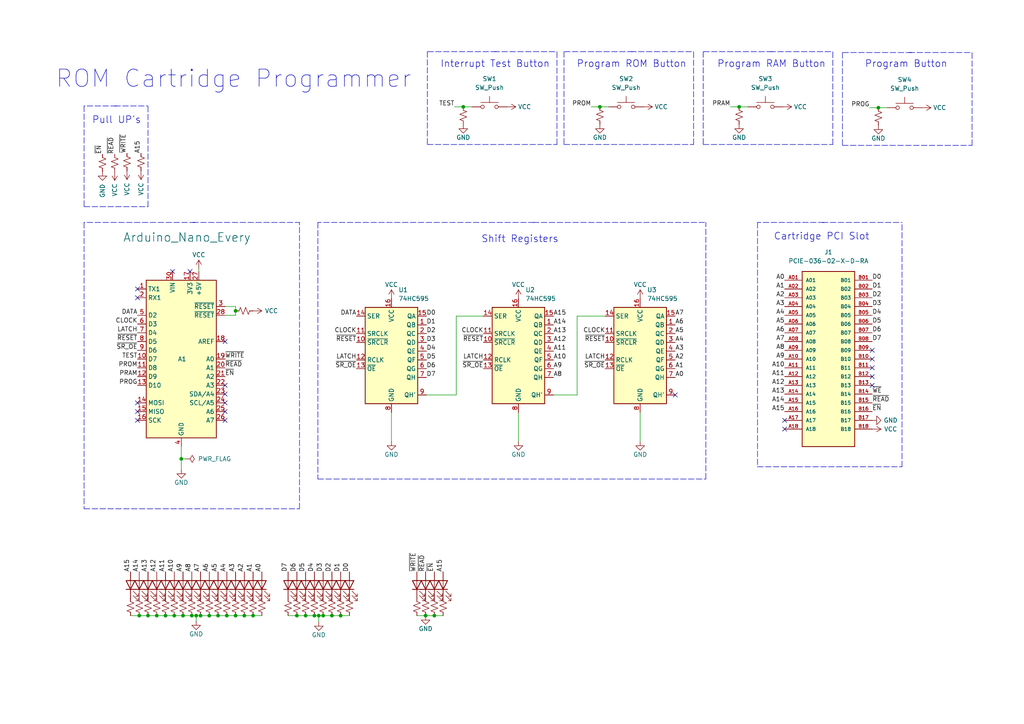
<source format=kicad_sch>
(kicad_sch (version 20211123) (generator eeschema)
  (paper "A4")
  (title_block (title "Arduino Every Powered Programmer for Program Cartridge") (date "2022-01-11") (rev "3") (company "theWickedWebDev/8-bit-computer"))
  (lib_symbols
    (symbol "74xx:74HC595"
      (property "Reference" "U" (at -7.62 13.97 0))
      (property "Value" "74HC595" (at -7.62 -16.51 0))
      (symbol "74HC595_1_0"
        (pin tri_state line (at 10.16 7.62 180) (length 2.54) (name "QB") (number "1"))
        (pin input line (at -10.16 2.54 0) (length 2.54) (name "~{SRCLR}") (number "10"))
        (pin input line (at -10.16 5.08 0) (length 2.54) (name "SRCLK") (number "11"))
        (pin input line (at -10.16 -2.54 0) (length 2.54) (name "RCLK") (number "12"))
        (pin input line (at -10.16 -5.08 0) (length 2.54) (name "~{OE}") (number "13"))
        (pin input line (at -10.16 10.16 0) (length 2.54) (name "SER") (number "14"))
        (pin tri_state line (at 10.16 10.16 180) (length 2.54) (name "QA") (number "15"))
        (pin power_in line (at 0 15.24 270) (length 2.54) (name "VCC") (number "16"))
        (pin tri_state line (at 10.16 5.08 180) (length 2.54) (name "QC") (number "2"))
        (pin tri_state line (at 10.16 2.54 180) (length 2.54) (name "QD") (number "3"))
        (pin tri_state line (at 10.16 0 180) (length 2.54) (name "QE") (number "4"))
        (pin tri_state line (at 10.16 -2.54 180) (length 2.54) (name "QF") (number "5"))
        (pin tri_state line (at 10.16 -5.08 180) (length 2.54) (name "QG") (number "6"))
        (pin tri_state line (at 10.16 -7.62 180) (length 2.54) (name "QH") (number "7"))
        (pin power_in line (at 0 -17.78 90) (length 2.54) (name "GND") (number "8"))
        (pin output line (at 10.16 -12.7 180) (length 2.54) (name "QH'") (number "9"))
      )
      (symbol "74HC595_1_1"
        (rectangle (start -7.62 12.7) (end 7.62 -15.24) (stroke (width 0.254)) (fill (type background)))
      )
    )
    (symbol "Device:LED" (pin_numbers hide) (pin_names (offset 1.016) hide)
      (property "Reference" "D" (at 0 2.54 0))
      (property "Value" "LED" (at 0 -2.54 0))
      (symbol "LED_0_1"
        (polyline (pts (xy -1.27 -1.27) (xy -1.27 1.27)) (stroke (width 0.254)))
        (polyline (pts (xy -1.27 0) (xy 1.27 0)))
        (polyline (pts (xy 1.27 -1.27) (xy 1.27 1.27) (xy -1.27 0) (xy 1.27 -1.27)) (stroke (width 0.254)))
        (polyline (pts (xy -3.048 -0.762) (xy -4.572 -2.286) (xy -3.81 -2.286) (xy -4.572 -2.286) (xy -4.572 -1.524)))
        (polyline (pts (xy -1.778 -0.762) (xy -3.302 -2.286) (xy -2.54 -2.286) (xy -3.302 -2.286) (xy -3.302 -1.524)))
      )
      (symbol "LED_1_1"
        (pin passive line (at -3.81 0 0) (length 2.54) (name "K") (number "1"))
        (pin passive line (at 3.81 0 180) (length 2.54) (name "A") (number "2"))
      )
    )
    (symbol "Device:R_Small_US" (pin_numbers hide) (pin_names (offset 0.254) hide)
      (property "Reference" "R" (at 0.762 0.508 0))
      (property "Value" "R_Small_US" (at 0.762 -1.016 0))
      (symbol "R_Small_US_1_1"
        (polyline (pts (xy 0 0) (xy 1.016 -0.381) (xy 0 -0.762) (xy -1.016 -1.143) (xy 0 -1.524)))
        (polyline (pts (xy 0 1.524) (xy 1.016 1.143) (xy 0 0.762) (xy -1.016 0.381) (xy 0 0)))
        (pin passive line (at 0 2.54 270) (length 1.016) (name "~") (number "1"))
        (pin passive line (at 0 -2.54 90) (length 1.016) (name "~") (number "2"))
      )
    )
    (symbol "MCU_Module:Arduino_Nano_Every"
      (property "Reference" "A" (at -10.16 23.495 0))
      (property "Value" "Arduino_Nano_Every" (at 5.08 -24.13 0))
      (symbol "Arduino_Nano_Every_0_1"
        (rectangle (start -10.16 22.86) (end 10.16 -22.86) (stroke (width 0.254)) (fill (type background)))
      )
      (symbol "Arduino_Nano_Every_1_1"
        (pin bidirectional line (at -12.7 20.32 0) (length 2.54) (name "TX1") (number "1"))
        (pin bidirectional line (at -12.7 0 0) (length 2.54) (name "D7") (number "10"))
        (pin bidirectional line (at -12.7 -2.54 0) (length 2.54) (name "D8") (number "11"))
        (pin bidirectional line (at -12.7 -5.08 0) (length 2.54) (name "D9") (number "12"))
        (pin bidirectional line (at -12.7 -7.62 0) (length 2.54) (name "D10") (number "13"))
        (pin bidirectional line (at -12.7 -12.7 0) (length 2.54) (name "MOSI") (number "14"))
        (pin bidirectional line (at -12.7 -15.24 0) (length 2.54) (name "MISO") (number "15"))
        (pin bidirectional line (at -12.7 -17.78 0) (length 2.54) (name "SCK") (number "16"))
        (pin power_out line (at 2.54 25.4 270) (length 2.54) (name "3V3") (number "17"))
        (pin input line (at 12.7 5.08 180) (length 2.54) (name "AREF") (number "18"))
        (pin bidirectional line (at 12.7 0 180) (length 2.54) (name "A0") (number "19"))
        (pin bidirectional line (at -12.7 17.78 0) (length 2.54) (name "RX1") (number "2"))
        (pin bidirectional line (at 12.7 -2.54 180) (length 2.54) (name "A1") (number "20"))
        (pin bidirectional line (at 12.7 -5.08 180) (length 2.54) (name "A2") (number "21"))
        (pin bidirectional line (at 12.7 -7.62 180) (length 2.54) (name "A3") (number "22"))
        (pin bidirectional line (at 12.7 -10.16 180) (length 2.54) (name "SDA/A4") (number "23"))
        (pin bidirectional line (at 12.7 -12.7 180) (length 2.54) (name "SCL/A5") (number "24"))
        (pin bidirectional line (at 12.7 -15.24 180) (length 2.54) (name "A6") (number "25"))
        (pin bidirectional line (at 12.7 -17.78 180) (length 2.54) (name "A7") (number "26"))
        (pin power_out line (at 5.08 25.4 270) (length 2.54) (name "+5V") (number "27"))
        (pin input line (at 12.7 12.7 180) (length 2.54) (name "~{RESET}") (number "28"))
        (pin passive line (at 0 -25.4 90) (length 2.54) hide (name "GND") (number "29"))
        (pin input line (at 12.7 15.24 180) (length 2.54) (name "~{RESET}") (number "3"))
        (pin power_in line (at -2.54 25.4 270) (length 2.54) (name "VIN") (number "30"))
        (pin power_in line (at 0 -25.4 90) (length 2.54) (name "GND") (number "4"))
        (pin bidirectional line (at -12.7 12.7 0) (length 2.54) (name "D2") (number "5"))
        (pin bidirectional line (at -12.7 10.16 0) (length 2.54) (name "D3") (number "6"))
        (pin bidirectional line (at -12.7 7.62 0) (length 2.54) (name "D4") (number "7"))
        (pin bidirectional line (at -12.7 5.08 0) (length 2.54) (name "D5") (number "8"))
        (pin bidirectional line (at -12.7 2.54 0) (length 2.54) (name "D6") (number "9"))
      )
    )
    (symbol "Stephen:PCIE-036-02-X-D-RA" (pin_names (offset 1.016))
      (property "Reference" "J" (at -7.62 26.162 0))
      (property "Value" "PCIE-036-02-X-D-RA" (at -7.62 -27.94 0))
      (symbol "PCIE-036-02-X-D-RA_0_0"
        (rectangle (start -7.62 -25.4) (end 7.62 25.4) (stroke (width 0.254)) (fill (type background)))
        (pin passive line (at -12.7 22.86 0) (length 5.08) (name "A01") (number "A01"))
        (pin passive line (at -12.7 20.32 0) (length 5.08) (name "A02") (number "A02"))
        (pin passive line (at -12.7 17.78 0) (length 5.08) (name "A03") (number "A03"))
        (pin passive line (at -12.7 15.24 0) (length 5.08) (name "A04") (number "A04"))
        (pin passive line (at -12.7 12.7 0) (length 5.08) (name "A05") (number "A05"))
        (pin passive line (at -12.7 10.16 0) (length 5.08) (name "A06") (number "A06"))
        (pin passive line (at -12.7 7.62 0) (length 5.08) (name "A07") (number "A07"))
        (pin passive line (at -12.7 5.08 0) (length 5.08) (name "A08") (number "A08"))
        (pin passive line (at -12.7 2.54 0) (length 5.08) (name "A09") (number "A09"))
        (pin passive line (at -12.7 0 0) (length 5.08) (name "A10") (number "A10"))
        (pin passive line (at -12.7 -2.54 0) (length 5.08) (name "A11") (number "A11"))
        (pin passive line (at -12.7 -5.08 0) (length 5.08) (name "A12") (number "A12"))
        (pin passive line (at -12.7 -7.62 0) (length 5.08) (name "A13") (number "A13"))
        (pin passive line (at -12.7 -10.16 0) (length 5.08) (name "A14") (number "A14"))
        (pin passive line (at -12.7 -12.7 0) (length 5.08) (name "A15") (number "A15"))
        (pin passive line (at -12.7 -15.24 0) (length 5.08) (name "A16") (number "A16"))
        (pin passive line (at -12.7 -17.78 0) (length 5.08) (name "A17") (number "A17"))
        (pin passive line (at -12.7 -20.32 0) (length 5.08) (name "A18") (number "A18"))
        (pin passive line (at 12.7 22.86 180) (length 5.08) (name "B01") (number "B01"))
        (pin passive line (at 12.7 20.32 180) (length 5.08) (name "B02") (number "B02"))
        (pin passive line (at 12.7 17.78 180) (length 5.08) (name "B03") (number "B03"))
        (pin passive line (at 12.7 15.24 180) (length 5.08) (name "B04") (number "B04"))
        (pin passive line (at 12.7 12.7 180) (length 5.08) (name "B05") (number "B05"))
        (pin passive line (at 12.7 10.16 180) (length 5.08) (name "B06") (number "B06"))
        (pin passive line (at 12.7 7.62 180) (length 5.08) (name "B07") (number "B07"))
        (pin passive line (at 12.7 5.08 180) (length 5.08) (name "B08") (number "B08"))
        (pin passive line (at 12.7 2.54 180) (length 5.08) (name "B09") (number "B09"))
        (pin passive line (at 12.7 0 180) (length 5.08) (name "B10") (number "B10"))
        (pin passive line (at 12.7 -2.54 180) (length 5.08) (name "B11") (number "B11"))
        (pin passive line (at 12.7 -5.08 180) (length 5.08) (name "B12") (number "B12"))
        (pin passive line (at 12.7 -7.62 180) (length 5.08) (name "B13") (number "B13"))
        (pin passive line (at 12.7 -10.16 180) (length 5.08) (name "B14") (number "B14"))
        (pin passive line (at 12.7 -12.7 180) (length 5.08) (name "B15") (number "B15"))
        (pin passive line (at 12.7 -15.24 180) (length 5.08) (name "B16") (number "B16"))
        (pin passive line (at 12.7 -17.78 180) (length 5.08) (name "B17") (number "B17"))
        (pin passive line (at 12.7 -20.32 180) (length 5.08) (name "B18") (number "B18"))
      )
    )
    (symbol "Switch:SW_Push" (pin_numbers hide) (pin_names (offset 1.016) hide)
      (property "Reference" "SW" (at 1.27 2.54 0))
      (property "Value" "SW_Push" (at 0 -1.524 0))
      (symbol "SW_Push_0_1"
        (circle (center -2.032 0) (radius 0.508))
        (polyline (pts (xy 0 1.27) (xy 0 3.048)))
        (polyline (pts (xy 2.54 1.27) (xy -2.54 1.27)))
        (circle (center 2.032 0) (radius 0.508))
        (pin passive line (at -5.08 0 0) (length 2.54) (name "1") (number "1"))
        (pin passive line (at 5.08 0 180) (length 2.54) (name "2") (number "2"))
      )
    )
    (symbol "power:GND" (power) (pin_names (offset 0))
      (property "Value" "GND" (at 0 -3.81 0))
      (symbol "GND_0_1"
        (polyline (pts (xy 0 0) (xy 0 -1.27) (xy 1.27 -1.27) (xy 0 -2.54) (xy -1.27 -1.27) (xy 0 -1.27)))
      )
      (symbol "GND_1_1"
        (pin power_in line (at 0 0 270) (length 0) hide (name "GND") (number "1"))
      )
    )
    (symbol "power:PWR_FLAG" (power) (pin_numbers hide) (pin_names (offset 0) hide)
      (property "Value" "PWR_FLAG" (at 0 3.81 0))
      (symbol "PWR_FLAG_0_0"
        (pin power_out line (at 0 0 90) (length 0) (name "pwr") (number "1"))
      )
      (symbol "PWR_FLAG_0_1"
        (polyline (pts (xy 0 0) (xy 0 1.27) (xy -1.016 1.905) (xy 0 2.54) (xy 1.016 1.905) (xy 0 1.27)))
      )
    )
    (symbol "power:VCC" (power) (pin_names (offset 0))
      (property "Value" "VCC" (at 0 3.81 0))
      (symbol "VCC_0_1"
        (polyline (pts (xy -0.762 1.27) (xy 0 2.54)))
        (polyline (pts (xy 0 0) (xy 0 2.54)))
        (polyline (pts (xy 0 2.54) (xy 0.762 1.27)))
      )
      (symbol "VCC_1_1"
        (pin power_in line (at 0 0 90) (length 0) hide (name "VCC") (number "1"))
      )
    )
  )
  (junction (at 93.726 178.562))
  (junction (at 68.326 90.17))
  (junction (at 55.626 178.562))
  (junction (at 254.762 31.242))
  (junction (at 70.866 178.562))
  (junction (at 60.706 178.562))
  (junction (at 56.896 178.562))
  (junction (at 65.786 178.562))
  (junction (at 73.406 178.562))
  (junction (at 98.806 178.562))
  (junction (at 125.984 178.562))
  (junction (at 88.646 178.562))
  (junction (at 91.186 178.562))
  (junction (at 63.246 178.562))
  (junction (at 92.456 178.562))
  (junction (at 52.578 133.096))
  (junction (at 53.086 178.562))
  (junction (at 96.266 178.562))
  (junction (at 50.546 178.562))
  (junction (at 123.444 178.562))
  (junction (at 42.926 178.562))
  (junction (at 40.386 178.562))
  (junction (at 134.366 30.988))
  (junction (at 68.326 178.562))
  (junction (at 48.006 178.562))
  (junction (at 86.106 178.562))
  (junction (at 45.466 178.562))
  (junction (at 214.376 30.988))
  (junction (at 58.166 178.562))
  (junction (at 173.99 30.988))
  (no_connect (at 65.278 111.76))
  (no_connect (at 39.878 86.36))
  (no_connect (at 252.984 104.14))
  (no_connect (at 39.878 119.38))
  (no_connect (at 65.278 114.3))
  (no_connect (at 227.584 124.46))
  (no_connect (at 227.584 121.92))
  (no_connect (at 252.984 109.22))
  (no_connect (at 252.984 111.76))
  (no_connect (at 65.278 121.92))
  (no_connect (at 39.878 116.84))
  (no_connect (at 39.878 83.82))
  (no_connect (at 252.984 101.6))
  (no_connect (at 65.278 116.84))
  (no_connect (at 252.984 106.68))
  (no_connect (at 65.278 119.38))
  (no_connect (at 55.118 78.74))
  (no_connect (at 50.038 78.74))
  (no_connect (at 195.834 114.554))
  (no_connect (at 65.278 99.06))
  (no_connect (at 39.878 121.92))
  (wire (pts (xy 132.334 91.694) (xy 140.208 91.694)))
  (polyline (pts (xy 219.71 135.382) (xy 261.62 135.382)))
  (wire (pts (xy 125.984 178.562) (xy 128.524 178.562)))
  (wire (pts (xy 45.466 178.562) (xy 48.006 178.562)))
  (wire (pts (xy 88.646 178.562) (xy 91.186 178.562)))
  (polyline (pts (xy 154.686 64.516) (xy 204.724 64.516)))
  (wire (pts (xy 150.368 119.634) (xy 150.368 128.016)))
  (wire (pts (xy 40.386 178.562) (xy 42.926 178.562)))
  (polyline (pts (xy 261.62 135.382) (xy 261.62 64.516)))
  (wire (pts (xy 52.578 133.096) (xy 52.578 136.144)))
  (wire (pts (xy 254.762 31.242) (xy 257.302 31.242)))
  (wire (pts (xy 68.326 88.9) (xy 68.326 90.17)))
  (wire (pts (xy 123.698 114.554) (xy 132.334 114.554)))
  (wire (pts (xy 56.896 178.562) (xy 56.896 180.086)))
  (polyline (pts (xy 239.014 64.516) (xy 219.71 64.516)))
  (wire (pts (xy 65.278 88.9) (xy 68.326 88.9)))
  (polyline (pts (xy 203.962 41.91) (xy 241.554 41.91)))
  (wire (pts (xy 70.866 178.562) (xy 73.406 178.562)))
  (polyline (pts (xy 24.384 64.516) (xy 24.384 147.574)))
  (polyline (pts (xy 143.256 14.986) (xy 161.544 14.986)))
  (polyline (pts (xy 224.028 14.986) (xy 203.962 14.986)))
  (polyline (pts (xy 161.544 41.91) (xy 161.544 14.986)))
  (polyline (pts (xy 55.88 64.516) (xy 86.868 64.516)))
  (polyline (pts (xy 154.94 64.516) (xy 92.202 64.516)))
  (wire (pts (xy 73.406 178.562) (xy 75.946 178.562)))
  (polyline (pts (xy 163.576 14.986) (xy 163.576 41.91)))
  (wire (pts (xy 50.546 178.562) (xy 53.086 178.562)))
  (wire (pts (xy 63.246 178.562) (xy 65.786 178.562)))
  (wire (pts (xy 58.166 178.562) (xy 60.706 178.562)))
  (wire (pts (xy 52.578 133.096) (xy 53.848 133.096)))
  (polyline (pts (xy 163.576 41.91) (xy 201.168 41.91)))
  (polyline (pts (xy 24.384 59.944) (xy 42.926 59.944)))
  (wire (pts (xy 37.846 178.562) (xy 40.386 178.562)))
  (polyline (pts (xy 33.274 30.734) (xy 42.926 30.734)))
  (polyline (pts (xy 86.868 147.574) (xy 86.868 64.516)))
  (polyline (pts (xy 238.506 64.516) (xy 261.62 64.516)))
  (polyline (pts (xy 263.652 15.24) (xy 281.94 15.24)))
  (polyline (pts (xy 204.724 138.938) (xy 204.724 64.516)))
  (polyline (pts (xy 219.71 64.516) (xy 219.71 135.382)))
  (polyline (pts (xy 92.202 138.938) (xy 204.724 138.938)))
  (polyline (pts (xy 264.414 15.24) (xy 244.348 15.24)))
  (wire (pts (xy 160.528 114.554) (xy 167.386 114.554)))
  (wire (pts (xy 113.538 119.634) (xy 113.538 128.016)))
  (wire (pts (xy 93.726 178.562) (xy 96.266 178.562)))
  (polyline (pts (xy 244.348 42.164) (xy 281.94 42.164)))
  (polyline (pts (xy 123.952 14.986) (xy 123.952 41.91)))
  (wire (pts (xy 52.578 129.54) (xy 52.578 133.096)))
  (wire (pts (xy 57.658 77.978) (xy 57.658 78.74)))
  (wire (pts (xy 48.006 178.562) (xy 50.546 178.562)))
  (wire (pts (xy 65.786 178.562) (xy 68.326 178.562)))
  (wire (pts (xy 55.626 178.562) (xy 56.896 178.562)))
  (wire (pts (xy 56.896 178.562) (xy 58.166 178.562)))
  (wire (pts (xy 173.99 30.988) (xy 176.53 30.988)))
  (polyline (pts (xy 24.384 30.734) (xy 24.384 59.944)))
  (polyline (pts (xy 183.642 14.986) (xy 163.576 14.986)))
  (wire (pts (xy 68.326 178.562) (xy 70.866 178.562)))
  (wire (pts (xy 214.376 30.988) (xy 216.916 30.988)))
  (wire (pts (xy 68.326 90.17) (xy 68.326 91.44)))
  (wire (pts (xy 120.904 178.562) (xy 123.444 178.562)))
  (polyline (pts (xy 241.554 41.91) (xy 241.554 14.986)))
  (wire (pts (xy 96.266 178.562) (xy 98.806 178.562)))
  (wire (pts (xy 68.326 91.44) (xy 65.278 91.44)))
  (polyline (pts (xy 244.348 15.24) (xy 244.348 42.164)))
  (polyline (pts (xy 182.88 14.986) (xy 201.168 14.986)))
  (wire (pts (xy 185.674 119.634) (xy 185.674 128.016)))
  (polyline (pts (xy 144.018 14.986) (xy 123.952 14.986)))
  (wire (pts (xy 53.086 178.562) (xy 55.626 178.562)))
  (wire (pts (xy 252.222 31.242) (xy 254.762 31.242)))
  (wire (pts (xy 98.806 178.562) (xy 101.346 178.562)))
  (polyline (pts (xy 281.94 42.164) (xy 281.94 15.24)))
  (polyline (pts (xy 92.202 64.516) (xy 92.202 138.938)))
  (wire (pts (xy 134.366 30.988) (xy 136.906 30.988)))
  (wire (pts (xy 132.334 114.554) (xy 132.334 91.694)))
  (wire (pts (xy 211.836 30.988) (xy 214.376 30.988)))
  (polyline (pts (xy 33.782 30.734) (xy 24.384 30.734)))
  (wire (pts (xy 60.706 178.562) (xy 63.246 178.562)))
  (polyline (pts (xy 201.168 41.91) (xy 201.168 14.986)))
  (wire (pts (xy 171.45 30.988) (xy 173.99 30.988)))
  (polyline (pts (xy 223.266 14.986) (xy 241.554 14.986)))
  (wire (pts (xy 42.926 178.562) (xy 45.466 178.562)))
  (polyline (pts (xy 24.384 147.574) (xy 86.868 147.574)))
  (polyline (pts (xy 203.962 14.986) (xy 203.962 41.91)))
  (polyline (pts (xy 56.642 64.516) (xy 24.384 64.516)))
  (polyline (pts (xy 123.952 41.91) (xy 161.544 41.91)))
  (polyline (pts (xy 42.926 59.944) (xy 42.926 30.734)))
  (wire (pts (xy 131.826 30.988) (xy 134.366 30.988)))
  (wire (pts (xy 167.386 114.554) (xy 167.386 91.694)))
  (wire (pts (xy 123.444 178.562) (xy 125.984 178.562)))
  (wire (pts (xy 91.186 178.562) (xy 92.456 178.562)))
  (wire (pts (xy 167.386 91.694) (xy 175.514 91.694)))
  (wire (pts (xy 92.456 178.562) (xy 93.726 178.562)))
  (wire (pts (xy 86.106 178.562) (xy 88.646 178.562)))
  (wire (pts (xy 92.456 178.562) (xy 92.456 180.34)))
  (wire (pts (xy 83.566 178.562) (xy 86.106 178.562)))
  (text "Program ROM Button" (at 199.136 19.812 180) (effects (font (size 2 2)) (justify right bottom)))
  (text "Shift Registers" (at 162.052 70.612 180) (effects (font (size 2 2)) (justify right bottom)))
  (text "Cartridge PCI Slot" (at 252.222 69.85 180) (effects (font (size 2 2)) (justify right bottom)))
  (text "Interrupt Test Button" (at 159.512 19.812 180) (effects (font (size 2 2)) (justify right bottom)))
  (text "Program Button" (at 274.828 19.812 180) (effects (font (size 2 2)) (justify right bottom)))
  (text "Pull UP's" (at 26.67 36.068 0) (effects (font (size 2 2)) (justify left bottom)))
  (text "ROM Cartridge Programmer" (at 16.002 25.908 0) (effects (font (size 5 5)) (justify left bottom)))
  (text "Program RAM Button" (at 239.522 19.812 180) (effects (font (size 2 2)) (justify right bottom)))
  (label "~{SR_OE}" (at 39.878 101.6 180))
  (label "A11" (at 227.584 109.22 180))
  (label "~{RESET}" (at 175.514 99.314 180))
  (label "A9" (at 227.584 104.14 180))
  (label "D3" (at 123.698 99.314 0))
  (label "D2" (at 252.984 86.36 0))
  (label "~{SR_OE}" (at 140.208 106.934 180))
  (label "D7" (at 123.698 109.474 0))
  (label "LATCH" (at 39.878 96.52 180))
  (label "~{SR_OE}" (at 103.378 106.934 180))
  (label "D1" (at 123.698 94.234 0))
  (label "A9" (at 53.086 165.862 90))
  (label "A9" (at 160.528 106.934 0))
  (label "D4" (at 252.984 91.44 0))
  (label "A13" (at 227.584 114.3 180))
  (label "A2" (at 70.866 165.862 90))
  (label "A11" (at 160.528 101.854 0))
  (label "A3" (at 68.326 165.862 90))
  (label "D6" (at 252.984 96.52 0))
  (label "PROM" (at 171.45 30.988 180))
  (label "~{EN}" (at 29.718 44.704 90))
  (label "D7" (at 252.984 99.06 0))
  (label "D3" (at 93.726 165.862 90))
  (label "A13" (at 42.926 165.862 90))
  (label "A7" (at 227.584 99.06 180))
  (label "A4" (at 65.786 165.862 90))
  (label "A3" (at 195.834 101.854 0))
  (label "A10" (at 160.528 104.394 0))
  (label "D6" (at 123.698 106.934 0))
  (label "LATCH" (at 103.378 104.394 180))
  (label "A2" (at 195.834 104.394 0))
  (label "~{RESET}" (at 39.878 99.06 180))
  (label "A0" (at 75.946 165.862 90))
  (label "A12" (at 45.466 165.862 90))
  (label "A4" (at 195.834 99.314 0))
  (label "~{RESET}" (at 103.378 99.314 180))
  (label "~{WRITE}" (at 120.904 165.862 90))
  (label "A2" (at 227.584 86.36 180))
  (label "A6" (at 195.834 94.234 0))
  (label "A15" (at 227.584 119.38 180))
  (label "PRAM" (at 211.836 30.988 180))
  (label "~{WRITE}" (at 65.278 104.14 0))
  (label "A1" (at 73.406 165.862 90))
  (label "A4" (at 227.584 91.44 180))
  (label "CLOCK" (at 103.378 96.774 180))
  (label "A0" (at 227.584 81.28 180))
  (label "D0" (at 101.346 165.862 90))
  (label "~{EN}" (at 65.278 109.22 0))
  (label "A6" (at 60.706 165.862 90))
  (label "A5" (at 227.584 93.98 180))
  (label "PROG" (at 252.222 31.242 180))
  (label "CLOCK" (at 175.514 96.774 180))
  (label "A7" (at 58.166 165.862 90))
  (label "A10" (at 50.546 165.862 90))
  (label "DATA" (at 39.878 91.44 180))
  (label "A14" (at 160.528 94.234 0))
  (label "A15" (at 40.894 44.45 90))
  (label "~{WE}" (at 252.984 114.3 0))
  (label "~{READ}" (at 65.278 106.68 0))
  (label "~{READ}" (at 123.444 165.862 90))
  (label "D3" (at 252.984 88.9 0))
  (label "D2" (at 123.698 96.774 0))
  (label "A14" (at 227.584 116.84 180))
  (label "A5" (at 195.834 96.774 0))
  (label "A8" (at 227.584 101.6 180))
  (label "~{EN}" (at 252.984 119.38 0))
  (label "~{RESET}" (at 140.208 99.314 180))
  (label "A12" (at 227.584 111.76 180))
  (label "D4" (at 123.698 101.854 0))
  (label "~{EN}" (at 125.984 165.862 90))
  (label "A8" (at 55.626 165.862 90))
  (label "D1" (at 252.984 83.82 0))
  (label "A7" (at 195.834 91.694 0))
  (label "A11" (at 48.006 165.862 90))
  (label "A13" (at 160.528 96.774 0))
  (label "PROM" (at 39.878 106.68 180))
  (label "A15" (at 160.528 91.694 0))
  (label "D0" (at 123.698 91.694 0))
  (label "A15" (at 37.846 165.862 90))
  (label "A10" (at 227.584 106.68 180))
  (label "CLOCK" (at 39.878 93.98 180))
  (label "CLOCK" (at 140.208 96.774 180))
  (label "A15" (at 128.524 165.862 90))
  (label "A12" (at 160.528 99.314 0))
  (label "D7" (at 83.566 165.862 90))
  (label "~{SR_OE}" (at 175.514 106.934 180))
  (label "D5" (at 123.698 104.394 0))
  (label "D1" (at 98.806 165.862 90))
  (label "A8" (at 160.528 109.474 0))
  (label "A6" (at 227.584 96.52 180))
  (label "DATA" (at 103.378 91.694 180))
  (label "A1" (at 195.834 106.934 0))
  (label "TEST" (at 39.878 104.14 180))
  (label "~{WRITE}" (at 36.83 44.45 90))
  (label "LATCH" (at 140.208 104.394 180))
  (label "PRAM" (at 39.878 109.22 180))
  (label "~{READ}" (at 33.274 44.704 90))
  (label "A3" (at 227.584 88.9 180))
  (label "~{READ}" (at 252.984 116.84 0))
  (label "D0" (at 252.984 81.28 0))
  (label "D5" (at 88.646 165.862 90))
  (label "LATCH" (at 175.514 104.394 180))
  (label "A5" (at 63.246 165.862 90))
  (label "A14" (at 40.386 165.862 90))
  (label "TEST" (at 131.826 30.988 180))
  (label "A0" (at 195.834 109.474 0))
  (label "D2" (at 96.266 165.862 90))
  (label "D4" (at 91.186 165.862 90))
  (label "A1" (at 227.584 83.82 180))
  (label "D6" (at 86.106 165.862 90))
  (label "PROG" (at 39.878 111.76 180))
  (label "D5" (at 252.984 93.98 0))
  (symbol (lib_id "Device:LED") (at 73.406 169.672 90) (unit 1)
    (property "Reference" "D15" (effects hide))
    (property "Value" "LED" (effects hide))
    (property "Footprint" "LED_SMD:LED_0805_2012Metric" (effects hide))
  )
  (symbol (lib_id "Device:LED") (at 93.726 169.672 90) (unit 1)
    (property "Reference" "D21" (effects hide))
    (property "Value" "LED" (effects hide))
    (property "Footprint" "LED_SMD:LED_0805_2012Metric" (effects hide))
  )
  (symbol (lib_id "Switch:SW_Push") (at 141.986 30.988 0) (unit 1)
    (property "Reference" "SW1" (at 141.986 22.86 0))
    (property "Value" "SW_Push" (at 141.986 25.4 0))
    (property "Footprint" "Button_Switch_THT:SW_PUSH_6mm" (effects hide))
  )
  (symbol (lib_id "power:VCC") (at 33.274 49.784 0) (mirror x) (unit 1)
    (property "Reference" "#PWR0101" (effects hide))
    (property "Value" "VCC" (at 33.274 55.118 90))
  )
  (symbol (lib_id "Device:R_Small_US") (at 55.626 176.022 180) (unit 1)
    (property "Reference" "R17" (effects hide))
    (property "Value" "R_Small_US" (effects hide))
    (property "Footprint" "Resistor_SMD:R_0805_2012Metric" (effects hide))
  )
  (symbol (lib_id "Device:R_Small_US") (at 70.866 90.17 90) (unit 1)
    (property "Reference" "R5" (effects hide))
    (property "Value" "R_Small_US" (effects hide))
    (property "Footprint" "Resistor_SMD:R_0805_2012Metric" (effects hide))
  )
  (symbol (lib_id "power:GND") (at 52.578 136.144 0) (unit 1)
    (property "Reference" "#PWR0128" (effects hide))
    (property "Value" "GND" (at 52.578 139.954 0))
  )
  (symbol (lib_id "Device:LED") (at 63.246 169.672 90) (unit 1)
    (property "Reference" "D11" (effects hide))
    (property "Value" "LED" (effects hide))
    (property "Footprint" "LED_SMD:LED_0805_2012Metric" (effects hide))
  )
  (symbol (lib_id "Switch:SW_Push") (at 221.996 30.988 0) (unit 1)
    (property "Reference" "SW3" (at 221.996 22.86 0))
    (property "Value" "SW_Push" (at 221.996 25.4 0))
    (property "Footprint" "Button_Switch_THT:SW_PUSH_6mm" (effects hide))
  )
  (symbol (lib_id "Device:LED") (at 65.786 169.672 90) (unit 1)
    (property "Reference" "D12" (effects hide))
    (property "Value" "LED" (effects hide))
    (property "Footprint" "LED_SMD:LED_0805_2012Metric" (effects hide))
  )
  (symbol (lib_id "Device:LED") (at 48.006 169.672 90) (unit 1)
    (property "Reference" "D5" (effects hide))
    (property "Value" "LED" (effects hide))
    (property "Footprint" "LED_SMD:LED_0805_2012Metric" (effects hide))
  )
  (symbol (lib_id "Device:R_Small_US") (at 120.904 176.022 180) (unit 1)
    (property "Reference" "R34" (effects hide))
    (property "Value" "R_Small_US" (effects hide))
    (property "Footprint" "Resistor_SMD:R_0805_2012Metric" (effects hide))
  )
  (symbol (lib_id "Device:R_Small_US") (at 68.326 176.022 180) (unit 1)
    (property "Reference" "R22" (effects hide))
    (property "Value" "R_Small_US" (effects hide))
    (property "Footprint" "Resistor_SMD:R_0805_2012Metric" (effects hide))
  )
  (symbol (lib_id "Device:R_Small_US") (at 134.366 33.528 180) (unit 1)
    (property "Reference" "R6" (effects hide))
    (property "Value" "R_Small_US" (effects hide))
    (property "Footprint" "Resistor_SMD:R_0805_2012Metric" (effects hide))
  )
  (symbol (lib_id "Device:LED") (at 91.186 169.672 90) (unit 1)
    (property "Reference" "D20" (effects hide))
    (property "Value" "LED" (effects hide))
    (property "Footprint" "LED_SMD:LED_0805_2012Metric" (effects hide))
  )
  (symbol (lib_id "power:VCC") (at 267.462 31.242 270) (unit 1)
    (property "Reference" "#PWR0120" (effects hide))
    (property "Value" "VCC" (at 272.542 31.242 90))
  )
  (symbol (lib_id "Device:R_Small_US") (at 88.646 176.022 180) (unit 1)
    (property "Reference" "R28" (effects hide))
    (property "Value" "R_Small_US" (effects hide))
    (property "Footprint" "Resistor_SMD:R_0805_2012Metric" (effects hide))
  )
  (symbol (lib_id "74xx:74HC595") (at 150.368 101.854 0) (unit 1)
    (property "Reference" "U2" (at 152.3874 84.074 0) (effects (justify left)))
    (property "Value" "74HC595" (at 152.3874 86.614 0) (effects (justify left)))
    (property "Footprint" "Package_SO:SOIC-16_3.9x9.9mm_P1.27mm" (effects hide))
    (property "Datasheet" "http://www.ti.com/lit/ds/symlink/sn74hc595.pdf" (effects hide))
  )
  (symbol (lib_id "Device:R_Small_US") (at 128.524 176.022 180) (unit 1)
    (property "Reference" "R37" (effects hide))
    (property "Value" "R_Small_US" (effects hide))
    (property "Footprint" "Resistor_SMD:R_0805_2012Metric" (effects hide))
  )
  (symbol (lib_id "Device:R_Small_US") (at 29.718 47.244 0) (unit 1)
    (property "Reference" "R1" (effects hide))
    (property "Value" "R_Small_US" (effects hide))
    (property "Footprint" "Resistor_SMD:R_0805_2012Metric" (effects hide))
  )
  (symbol (lib_id "Device:LED") (at 68.326 169.672 90) (unit 1)
    (property "Reference" "D13" (effects hide))
    (property "Value" "LED" (effects hide))
    (property "Footprint" "LED_SMD:LED_0805_2012Metric" (effects hide))
  )
  (symbol (lib_id "power:GND") (at 150.368 128.016 0) (unit 1)
    (property "Reference" "#PWR0108" (effects hide))
    (property "Value" "GND" (at 150.368 131.826 0))
  )
  (symbol (lib_id "Device:LED") (at 123.444 169.672 90) (unit 1)
    (property "Reference" "D26" (effects hide))
    (property "Value" "LED" (effects hide))
    (property "Footprint" "LED_SMD:LED_0805_2012Metric" (effects hide))
  )
  (symbol (lib_id "power:GND") (at 173.99 36.068 0) (unit 1)
    (property "Reference" "#PWR0115" (effects hide))
    (property "Value" "GND" (at 173.99 39.878 0))
  )
  (symbol (lib_id "Device:LED") (at 83.566 169.672 90) (unit 1)
    (property "Reference" "D17" (effects hide))
    (property "Value" "LED" (effects hide))
    (property "Footprint" "LED_SMD:LED_0805_2012Metric" (effects hide))
  )
  (symbol (lib_id "Device:R_Small_US") (at 70.866 176.022 180) (unit 1)
    (property "Reference" "R23" (effects hide))
    (property "Value" "R_Small_US" (effects hide))
    (property "Footprint" "Resistor_SMD:R_0805_2012Metric" (effects hide))
  )
  (symbol (lib_id "power:VCC") (at 252.984 124.46 270) (unit 1)
    (property "Reference" "#PWR0105" (effects hide))
    (property "Value" "VCC" (at 258.318 124.46 90))
  )
  (symbol (lib_id "Device:R_Small_US") (at 125.984 176.022 180) (unit 1)
    (property "Reference" "R36" (effects hide))
    (property "Value" "R_Small_US" (effects hide))
    (property "Footprint" "Resistor_SMD:R_0805_2012Metric" (effects hide))
  )
  (symbol (lib_id "power:GND") (at 123.444 178.562 0) (unit 1)
    (property "Reference" "#PWR0107" (effects hide))
    (property "Value" "GND" (at 123.444 182.372 0))
  )
  (symbol (lib_id "Device:LED") (at 58.166 169.672 90) (unit 1)
    (property "Reference" "D9" (effects hide))
    (property "Value" "LED" (effects hide))
    (property "Footprint" "LED_SMD:LED_0805_2012Metric" (effects hide))
  )
  (symbol (lib_id "power:VCC") (at 186.69 30.988 270) (unit 1)
    (property "Reference" "#PWR0116" (effects hide))
    (property "Value" "VCC" (at 191.77 30.988 90))
  )
  (symbol (lib_id "power:GND") (at 252.984 121.92 90) (unit 1)
    (property "Reference" "#PWR0103" (effects hide))
    (property "Value" "GND" (at 258.318 121.92 90))
  )
  (symbol (lib_id "Device:R_Small_US") (at 63.246 176.022 180) (unit 1)
    (property "Reference" "R20" (effects hide))
    (property "Value" "R_Small_US" (effects hide))
    (property "Footprint" "Resistor_SMD:R_0805_2012Metric" (effects hide))
  )
  (symbol (lib_id "Device:LED") (at 37.846 169.672 90) (unit 1)
    (property "Reference" "D1" (effects hide))
    (property "Value" "LED" (effects hide))
    (property "Footprint" "LED_SMD:LED_0805_2012Metric" (effects hide))
  )
  (symbol (lib_id "Device:LED") (at 50.546 169.672 90) (unit 1)
    (property "Reference" "D6" (effects hide))
    (property "Value" "LED" (effects hide))
    (property "Footprint" "LED_SMD:LED_0805_2012Metric" (effects hide))
  )
  (symbol (lib_id "Device:R_Small_US") (at 37.846 176.022 180) (unit 1)
    (property "Reference" "R10" (effects hide))
    (property "Value" "R_Small_US" (effects hide))
    (property "Footprint" "Resistor_SMD:R_0805_2012Metric" (effects hide))
  )
  (symbol (lib_id "74xx:74HC595") (at 185.674 101.854 0) (unit 1)
    (property "Reference" "U3" (at 187.6934 84.074 0) (effects (justify left)))
    (property "Value" "74HC595" (at 187.6934 86.614 0) (effects (justify left)))
    (property "Footprint" "Package_SO:SOIC-16_3.9x9.9mm_P1.27mm" (effects hide))
    (property "Datasheet" "http://www.ti.com/lit/ds/symlink/sn74hc595.pdf" (effects hide))
  )
  (symbol (lib_id "Device:R_Small_US") (at 53.086 176.022 180) (unit 1)
    (property "Reference" "R16" (effects hide))
    (property "Value" "R_Small_US" (effects hide))
    (property "Footprint" "Resistor_SMD:R_0805_2012Metric" (effects hide))
  )
  (symbol (lib_id "Device:LED") (at 53.086 169.672 90) (unit 1)
    (property "Reference" "D7" (effects hide))
    (property "Value" "LED" (effects hide))
    (property "Footprint" "LED_SMD:LED_0805_2012Metric" (effects hide))
  )
  (symbol (lib_id "power:GND") (at 254.762 36.322 0) (unit 1)
    (property "Reference" "#PWR0119" (effects hide))
    (property "Value" "GND" (at 254.762 40.132 0))
  )
  (symbol (lib_id "Device:R_Small_US") (at 173.99 33.528 180) (unit 1)
    (property "Reference" "R7" (effects hide))
    (property "Value" "R_Small_US" (effects hide))
    (property "Footprint" "Resistor_SMD:R_0805_2012Metric" (effects hide))
  )
  (symbol (lib_id "Device:R_Small_US") (at 101.346 176.022 180) (unit 1)
    (property "Reference" "R33" (effects hide))
    (property "Value" "R_Small_US" (effects hide))
    (property "Footprint" "Resistor_SMD:R_0805_2012Metric" (effects hide))
  )
  (symbol (lib_id "Device:LED") (at 45.466 169.672 90) (unit 1)
    (property "Reference" "D4" (effects hide))
    (property "Value" "LED" (effects hide))
    (property "Footprint" "LED_SMD:LED_0805_2012Metric" (effects hide))
  )
  (symbol (lib_id "MCU_Module:Arduino_Nano_Every") (at 52.578 104.14 0) (unit 1)
    (property "Reference" "A1" (at 51.562 104.14 0) (effects (justify left)))
    (property "Value" "Arduino_Nano_Every" (at 35.56 68.834 0) (effects (font (size 2.5 2.5)) (justify left)))
    (property "Footprint" "Module:Arduino_Nano" (effects hide))
    (property "Datasheet" "https://content.arduino.cc/assets/NANOEveryV3.0_sch.pdf" (effects hide))
  )
  (symbol (lib_id "Device:R_Small_US") (at 58.166 176.022 180) (unit 1)
    (property "Reference" "R18" (effects hide))
    (property "Value" "R_Small_US" (effects hide))
    (property "Footprint" "Resistor_SMD:R_0805_2012Metric" (effects hide))
  )
  (symbol (lib_id "power:VCC") (at 57.658 77.978 0) (unit 1)
    (property "Reference" "#PWR0127" (effects hide))
    (property "Value" "VCC" (at 57.658 73.914 0))
  )
  (symbol (lib_id "power:VCC") (at 40.894 49.53 0) (mirror x) (unit 1)
    (property "Reference" "#PWR0106" (effects hide))
    (property "Value" "VCC" (at 40.894 54.864 90))
  )
  (symbol (lib_id "Device:LED") (at 55.626 169.672 90) (unit 1)
    (property "Reference" "D8" (effects hide))
    (property "Value" "LED" (effects hide))
    (property "Footprint" "LED_SMD:LED_0805_2012Metric" (effects hide))
  )
  (symbol (lib_id "Device:R_Small_US") (at 48.006 176.022 180) (unit 1)
    (property "Reference" "R14" (effects hide))
    (property "Value" "R_Small_US" (effects hide))
    (property "Footprint" "Resistor_SMD:R_0805_2012Metric" (effects hide))
  )
  (symbol (lib_id "power:VCC") (at 150.368 86.614 0) (unit 1)
    (property "Reference" "#PWR0109" (effects hide))
    (property "Value" "VCC" (at 150.368 82.55 0))
  )
  (symbol (lib_id "power:GND") (at 56.896 180.086 0) (unit 1)
    (property "Reference" "#PWR0122" (effects hide))
    (property "Value" "GND" (at 56.896 183.896 0))
  )
  (symbol (lib_id "Device:LED") (at 86.106 169.672 90) (unit 1)
    (property "Reference" "D18" (effects hide))
    (property "Value" "LED" (effects hide))
    (property "Footprint" "LED_SMD:LED_0805_2012Metric" (effects hide))
  )
  (symbol (lib_id "Device:R_Small_US") (at 65.786 176.022 180) (unit 1)
    (property "Reference" "R21" (effects hide))
    (property "Value" "R_Small_US" (effects hide))
    (property "Footprint" "Resistor_SMD:R_0805_2012Metric" (effects hide))
  )
  (symbol (lib_id "Device:R_Small_US") (at 40.894 46.99 0) (unit 1)
    (property "Reference" "R4" (effects hide))
    (property "Value" "R_Small_US" (effects hide))
    (property "Footprint" "Resistor_SMD:R_0805_2012Metric" (effects hide))
  )
  (symbol (lib_id "Device:R_Small_US") (at 75.946 176.022 180) (unit 1)
    (property "Reference" "R25" (effects hide))
    (property "Value" "R_Small_US" (effects hide))
    (property "Footprint" "Resistor_SMD:R_0805_2012Metric" (effects hide))
  )
  (symbol (lib_id "Device:R_Small_US") (at 214.376 33.528 180) (unit 1)
    (property "Reference" "R8" (effects hide))
    (property "Value" "R_Small_US" (effects hide))
    (property "Footprint" "Resistor_SMD:R_0805_2012Metric" (effects hide))
  )
  (symbol (lib_id "power:GND") (at 214.376 36.068 0) (unit 1)
    (property "Reference" "#PWR0117" (effects hide))
    (property "Value" "GND" (at 214.376 39.878 0))
  )
  (symbol (lib_id "power:VCC") (at 36.83 49.53 0) (mirror x) (unit 1)
    (property "Reference" "#PWR0104" (effects hide))
    (property "Value" "VCC" (at 36.83 54.864 90))
  )
  (symbol (lib_id "Device:R_Small_US") (at 73.406 176.022 180) (unit 1)
    (property "Reference" "R24" (effects hide))
    (property "Value" "R_Small_US" (effects hide))
    (property "Footprint" "Resistor_SMD:R_0805_2012Metric" (effects hide))
  )
  (symbol (lib_id "Device:R_Small_US") (at 96.266 176.022 180) (unit 1)
    (property "Reference" "R31" (effects hide))
    (property "Value" "R_Small_US" (effects hide))
    (property "Footprint" "Resistor_SMD:R_0805_2012Metric" (effects hide))
  )
  (symbol (lib_id "Device:LED") (at 125.984 169.672 90) (unit 1)
    (property "Reference" "D27" (effects hide))
    (property "Value" "LED" (effects hide))
    (property "Footprint" "LED_SMD:LED_0805_2012Metric" (effects hide))
  )
  (symbol (lib_id "Device:R_Small_US") (at 83.566 176.022 180) (unit 1)
    (property "Reference" "R26" (effects hide))
    (property "Value" "R_Small_US" (effects hide))
    (property "Footprint" "Resistor_SMD:R_0805_2012Metric" (effects hide))
  )
  (symbol (lib_id "power:GND") (at 92.456 180.34 0) (unit 1)
    (property "Reference" "#PWR0121" (effects hide))
    (property "Value" "GND" (at 92.456 184.15 0))
  )
  (symbol (lib_id "power:GND") (at 113.538 128.016 0) (unit 1)
    (property "Reference" "#PWR0124" (effects hide))
    (property "Value" "GND" (at 113.538 131.826 0))
  )
  (symbol (lib_id "power:VCC") (at 227.076 30.988 270) (unit 1)
    (property "Reference" "#PWR0118" (effects hide))
    (property "Value" "VCC" (at 232.156 30.988 90))
  )
  (symbol (lib_id "Device:LED") (at 98.806 169.672 90) (unit 1)
    (property "Reference" "D23" (effects hide))
    (property "Value" "LED" (effects hide))
    (property "Footprint" "LED_SMD:LED_0805_2012Metric" (effects hide))
  )
  (symbol (lib_id "Device:LED") (at 128.524 169.672 90) (unit 1)
    (property "Reference" "D28" (effects hide))
    (property "Value" "LED" (effects hide))
    (property "Footprint" "LED_SMD:LED_0805_2012Metric" (effects hide))
  )
  (symbol (lib_id "Switch:SW_Push") (at 181.61 30.988 0) (unit 1)
    (property "Reference" "SW2" (at 181.61 22.86 0))
    (property "Value" "SW_Push" (at 181.61 25.4 0))
    (property "Footprint" "Button_Switch_THT:SW_PUSH_6mm" (effects hide))
  )
  (symbol (lib_id "Device:LED") (at 42.926 169.672 90) (unit 1)
    (property "Reference" "D3" (effects hide))
    (property "Value" "LED" (effects hide))
    (property "Footprint" "LED_SMD:LED_0805_2012Metric" (effects hide))
  )
  (symbol (lib_id "74xx:74HC595") (at 113.538 101.854 0) (unit 1)
    (property "Reference" "U1" (at 115.5574 84.074 0) (effects (justify left)))
    (property "Value" "74HC595" (at 115.5574 86.614 0) (effects (justify left)))
    (property "Footprint" "Package_SO:SOIC-16_3.9x9.9mm_P1.27mm" (effects hide))
    (property "Datasheet" "http://www.ti.com/lit/ds/symlink/sn74hc595.pdf" (effects hide))
  )
  (symbol (lib_id "Device:R_Small_US") (at 45.466 176.022 180) (unit 1)
    (property "Reference" "R13" (effects hide))
    (property "Value" "R_Small_US" (effects hide))
    (property "Footprint" "Resistor_SMD:R_0805_2012Metric" (effects hide))
  )
  (symbol (lib_id "Device:R_Small_US") (at 123.444 176.022 180) (unit 1)
    (property "Reference" "R35" (effects hide))
    (property "Value" "R_Small_US" (effects hide))
    (property "Footprint" "Resistor_SMD:R_0805_2012Metric" (effects hide))
  )
  (symbol (lib_id "Switch:SW_Push") (at 262.382 31.242 0) (unit 1)
    (property "Reference" "SW4" (at 262.382 23.114 0))
    (property "Value" "SW_Push" (at 262.382 25.654 0))
    (property "Footprint" "Button_Switch_THT:SW_PUSH_6mm" (effects hide))
  )
  (symbol (lib_id "Stephen:PCIE-036-02-X-D-RA") (at 240.284 104.14 0) (unit 1)
    (property "Reference" "J1" (at 240.284 73.152 0))
    (property "Value" "PCIE-036-02-X-D-RA" (at 240.284 75.692 0))
    (property "Footprint" "Stephenv6:SAMTEC_PCIE-036-02-X-D-RA" (effects hide))
    (property "STANDARD" "Manufacturer Recommendations" (effects hide))
    (property "PARTREV" "D" (effects hide))
    (property "MANUFACTURER" "Samtec Inc" (effects hide))
    (property "MAXIMUM_PACKAGE_HEIGHT" "9.58mm" (effects hide))
  )
  (symbol (lib_id "Device:R_Small_US") (at 91.186 176.022 180) (unit 1)
    (property "Reference" "R29" (effects hide))
    (property "Value" "R_Small_US" (effects hide))
    (property "Footprint" "Resistor_SMD:R_0805_2012Metric" (effects hide))
  )
  (symbol (lib_id "power:GND") (at 29.718 49.784 0) (unit 1)
    (property "Reference" "#PWR0102" (effects hide))
    (property "Value" "GND" (at 29.718 55.372 90))
  )
  (symbol (lib_id "Device:LED") (at 96.266 169.672 90) (unit 1)
    (property "Reference" "D22" (effects hide))
    (property "Value" "LED" (effects hide))
    (property "Footprint" "LED_SMD:LED_0805_2012Metric" (effects hide))
  )
  (symbol (lib_id "Device:LED") (at 70.866 169.672 90) (unit 1)
    (property "Reference" "D14" (effects hide))
    (property "Value" "LED" (effects hide))
    (property "Footprint" "LED_SMD:LED_0805_2012Metric" (effects hide))
  )
  (symbol (lib_id "Device:R_Small_US") (at 36.83 46.99 0) (unit 1)
    (property "Reference" "R3" (effects hide))
    (property "Value" "R_Small_US" (effects hide))
    (property "Footprint" "Resistor_SMD:R_0805_2012Metric" (effects hide))
  )
  (symbol (lib_id "Device:LED") (at 75.946 169.672 90) (unit 1)
    (property "Reference" "D16" (effects hide))
    (property "Value" "LED" (effects hide))
    (property "Footprint" "LED_SMD:LED_0805_2012Metric" (effects hide))
  )
  (symbol (lib_id "power:VCC") (at 113.538 86.614 0) (unit 1)
    (property "Reference" "#PWR0125" (effects hide))
    (property "Value" "VCC" (at 113.538 82.55 0))
  )
  (symbol (lib_id "Device:LED") (at 120.904 169.672 90) (unit 1)
    (property "Reference" "D25" (effects hide))
    (property "Value" "LED" (effects hide))
    (property "Footprint" "LED_SMD:LED_0805_2012Metric" (effects hide))
  )
  (symbol (lib_id "power:PWR_FLAG") (at 53.848 133.096 270) (unit 1)
    (property "Reference" "#FLG0102" (effects hide))
    (property "Value" "PWR_FLAG" (at 57.404 133.0959 90) (effects (justify left)))
  )
  (symbol (lib_id "Device:R_Small_US") (at 50.546 176.022 180) (unit 1)
    (property "Reference" "R15" (effects hide))
    (property "Value" "R_Small_US" (effects hide))
    (property "Footprint" "Resistor_SMD:R_0805_2012Metric" (effects hide))
  )
  (symbol (lib_id "Device:LED") (at 88.646 169.672 90) (unit 1)
    (property "Reference" "D19" (effects hide))
    (property "Value" "LED" (effects hide))
    (property "Footprint" "LED_SMD:LED_0805_2012Metric" (effects hide))
  )
  (symbol (lib_id "power:VCC") (at 147.066 30.988 270) (unit 1)
    (property "Reference" "#PWR0114" (effects hide))
    (property "Value" "VCC" (at 152.146 30.988 90))
  )
  (symbol (lib_id "Device:R_Small_US") (at 98.806 176.022 180) (unit 1)
    (property "Reference" "R32" (effects hide))
    (property "Value" "R_Small_US" (effects hide))
    (property "Footprint" "Resistor_SMD:R_0805_2012Metric" (effects hide))
  )
  (symbol (lib_id "Device:R_Small_US") (at 60.706 176.022 180) (unit 1)
    (property "Reference" "R19" (effects hide))
    (property "Value" "R_Small_US" (effects hide))
    (property "Footprint" "Resistor_SMD:R_0805_2012Metric" (effects hide))
  )
  (symbol (lib_id "Device:R_Small_US") (at 33.274 47.244 0) (unit 1)
    (property "Reference" "R2" (effects hide))
    (property "Value" "R_Small_US" (effects hide))
    (property "Footprint" "Resistor_SMD:R_0805_2012Metric" (effects hide))
  )
  (symbol (lib_id "Device:LED") (at 60.706 169.672 90) (unit 1)
    (property "Reference" "D10" (effects hide))
    (property "Value" "LED" (effects hide))
    (property "Footprint" "LED_SMD:LED_0805_2012Metric" (effects hide))
  )
  (symbol (lib_id "Device:LED") (at 40.386 169.672 90) (unit 1)
    (property "Reference" "D2" (effects hide))
    (property "Value" "LED" (effects hide))
    (property "Footprint" "LED_SMD:LED_0805_2012Metric" (effects hide))
  )
  (symbol (lib_id "power:GND") (at 134.366 36.068 0) (unit 1)
    (property "Reference" "#PWR0113" (effects hide))
    (property "Value" "GND" (at 134.366 39.878 0))
  )
  (symbol (lib_id "Device:R_Small_US") (at 40.386 176.022 180) (unit 1)
    (property "Reference" "R11" (effects hide))
    (property "Value" "R_Small_US" (effects hide))
    (property "Footprint" "Resistor_SMD:R_0805_2012Metric" (effects hide))
  )
  (symbol (lib_id "power:VCC") (at 73.406 90.17 270) (mirror x) (unit 1)
    (property "Reference" "#PWR0126" (effects hide))
    (property "Value" "VCC" (at 78.74 90.17 90))
  )
  (symbol (lib_id "Device:R_Small_US") (at 42.926 176.022 180) (unit 1)
    (property "Reference" "R12" (effects hide))
    (property "Value" "R_Small_US" (effects hide))
    (property "Footprint" "Resistor_SMD:R_0805_2012Metric" (effects hide))
  )
  (symbol (lib_id "Device:R_Small_US") (at 254.762 33.782 180) (unit 1)
    (property "Reference" "R9" (effects hide))
    (property "Value" "R_Small_US" (effects hide))
    (property "Footprint" "Resistor_SMD:R_0805_2012Metric" (effects hide))
  )
  (symbol (lib_id "Device:R_Small_US") (at 93.726 176.022 180) (unit 1)
    (property "Reference" "R30" (effects hide))
    (property "Value" "R_Small_US" (effects hide))
    (property "Footprint" "Resistor_SMD:R_0805_2012Metric" (effects hide))
  )
  (symbol (lib_id "Device:R_Small_US") (at 86.106 176.022 180) (unit 1)
    (property "Reference" "R27" (effects hide))
    (property "Value" "R_Small_US" (effects hide))
    (property "Footprint" "Resistor_SMD:R_0805_2012Metric" (effects hide))
  )
  (symbol (lib_id "power:VCC") (at 185.674 86.614 0) (unit 1)
    (property "Reference" "#PWR0111" (effects hide))
    (property "Value" "VCC" (at 185.674 82.55 0))
  )
  (symbol (lib_id "power:GND") (at 185.674 128.016 0) (unit 1)
    (property "Reference" "#PWR0112" (effects hide))
    (property "Value" "GND" (at 185.674 131.826 0))
  )
  (symbol (lib_id "Device:LED") (at 101.346 169.672 90) (unit 1)
    (property "Reference" "D24" (effects hide))
    (property "Value" "LED" (effects hide))
    (property "Footprint" "LED_SMD:LED_0805_2012Metric" (effects hide))
  )
)
</source>
